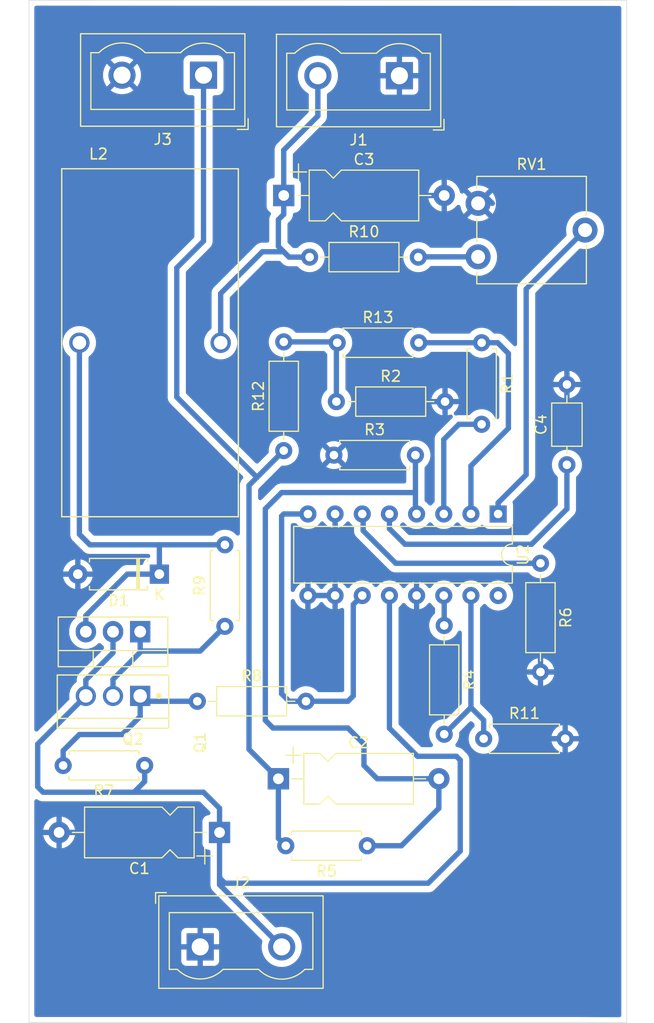
<source format=kicad_pcb>
(kicad_pcb (version 20240108) (generator "pcbnew") (generator_version "8.0")
  (layers (0 "F.Cu" signal) (31 "B.Cu" signal) (34 "B.Paste" user) (35 "F.Paste" user) (36 "B.SilkS" user "B.Silkscreen") (37 "F.SilkS" user "F.Silkscreen") (38 "B.Mask" user) (39 "F.Mask" user) (44 "Edge.Cuts" user))
  (net 0 "")
  (net 1 "GND")
  (net 2 "Vin")
  (net 3 "Net-(U2-DTC)")
  (net 4 "5v")
  (net 5 "Net-(U2-CT)")
  (net 6 "Net-(Q1-B)")
  (net 7 "Net-(Q2-Pad1)")
  (net 8 "Net-(U2-FB)")
  (net 9 "Net-(U2-1IN-)")
  (net 10 "Net-(R12-Pad2)")
  (net 11 "Net-(U2-2IN-)")
  (net 12 "Net-(U2-REF)")
  (net 13 "Net-(U2-RT)")
  (net 14 "Net-(U2-C1)")
  (net 15 "Net-(R10-Pad2)")
  (net 16 "1in")
  (net 18 "Vout")
  (net 19 "Net-(D1-K)")
  (footprint "Diode_THT:D_A-405_P7.62mm_Horizontal" (layer "F.Cu") (at 118.872 87.122 180)
    (property "Reference" "D1" (at 3.81 -2.47 0) (layer "F.SilkS"))
    (property "Value" "D_Schottky")
    (fp_line (start 6.53 1.47) (end 6.53 1.14) (stroke (width 0.12)) (layer "F.SilkS"))
    (fp_line (start 6.53 -1.47) (end 6.53 -1.14) (stroke (width 0.12)) (layer "F.SilkS"))
    (fp_line (start 2.11 -1.47) (end 2.11 1.47) (stroke (width 0.12)) (layer "F.SilkS"))
    (fp_line (start 1.99 -1.47) (end 1.99 1.47) (stroke (width 0.12)) (layer "F.SilkS"))
    (fp_line (start 1.87 -1.47) (end 1.87 1.47) (stroke (width 0.12)) (layer "F.SilkS"))
    (fp_line (start 1.09 1.47) (end 6.53 1.47) (stroke (width 0.12)) (layer "F.SilkS"))
    (fp_line (start 1.09 1.14) (end 1.09 1.47) (stroke (width 0.12)) (layer "F.SilkS"))
    (fp_line (start 1.09 -1.14) (end 1.09 -1.47) (stroke (width 0.12)) (layer "F.SilkS"))
    (fp_line (start 1.09 -1.47) (end 6.53 -1.47) (stroke (width 0.12)) (layer "F.SilkS"))
    (fp_text user "K" (at 0 -1.9 0) (layer "F.SilkS"))
    (pad "1" thru_hole rect (at 0 0 180) (size 1.8 1.8) (drill 0.9) (layers "*.Cu" "*.Mask") (net 19 "Net-(D1-K)"))
    (pad "2" thru_hole oval (at 7.62 0 180) (size 1.8 1.8) (drill 0.9) (layers "*.Cu" "*.Mask") (net 1 "GND"))
  )
  (footprint "Resistor_THT:R_Axial_DIN0207_L6.3mm_D2.5mm_P7.62mm_Horizontal" (layer "F.Cu") (at 138.31 112.5 180)
    (property "Reference" "R5" (at 3.81 -2.37 0) (layer "F.SilkS"))
    (property "Value" "9.1k")
    (fp_line (start 7.08 1.37) (end 7.08 1.04) (stroke (width 0.12)) (layer "F.SilkS"))
    (fp_line (start 7.08 -1.37) (end 7.08 -1.04) (stroke (width 0.12)) (layer "F.SilkS"))
    (fp_line (start 0.54 1.37) (end 7.08 1.37) (stroke (width 0.12)) (layer "F.SilkS"))
    (fp_line (start 0.54 1.04) (end 0.54 1.37) (stroke (width 0.12)) (layer "F.SilkS"))
    (fp_line (start 0.54 -1.04) (end 0.54 -1.37) (stroke (width 0.12)) (layer "F.SilkS"))
    (fp_line (start 0.54 -1.37) (end 7.08 -1.37) (stroke (width 0.12)) (layer "F.SilkS"))
    (pad "1" thru_hole circle (at 0 0 180) (size 1.6 1.6) (drill 0.8) (layers "*.Cu" "*.Mask") (net 3 "Net-(U2-DTC)"))
    (pad "2" thru_hole oval (at 7.62 0 180) (size 1.6 1.6) (drill 0.8) (layers "*.Cu" "*.Mask") (net 4 "5v"))
  )
  (footprint "Resistor_THT:R_Axial_DIN0207_L6.3mm_D2.5mm_P7.62mm_Horizontal" (layer "F.Cu") (at 117.5 105 180)
    (property "Reference" "R7" (at 3.81 -2.37 0) (layer "F.SilkS"))
    (property "Value" "100")
    (fp_line (start 7.08 1.37) (end 7.08 1.04) (stroke (width 0.12)) (layer "F.SilkS"))
    (fp_line (start 7.08 -1.37) (end 7.08 -1.04) (stroke (width 0.12)) (layer "F.SilkS"))
    (fp_line (start 0.54 1.37) (end 7.08 1.37) (stroke (width 0.12)) (layer "F.SilkS"))
    (fp_line (start 0.54 1.04) (end 0.54 1.37) (stroke (width 0.12)) (layer "F.SilkS"))
    (fp_line (start 0.54 -1.04) (end 0.54 -1.37) (stroke (width 0.12)) (layer "F.SilkS"))
    (fp_line (start 0.54 -1.37) (end 7.08 -1.37) (stroke (width 0.12)) (layer "F.SilkS"))
    (pad "1" thru_hole circle (at 0 0 180) (size 1.6 1.6) (drill 0.8) (layers "*.Cu" "*.Mask") (net 2 "Vin"))
    (pad "2" thru_hole oval (at 7.62 0 180) (size 1.6 1.6) (drill 0.8) (layers "*.Cu" "*.Mask") (net 7 "Net-(Q2-Pad1)"))
  )
  (footprint "Resistor_THT:R_Axial_DIN0207_L6.3mm_D2.5mm_P7.62mm_Horizontal" (layer "F.Cu") (at 149.19 102.5)
    (property "Reference" "R11" (at 3.81 -2.37 0) (layer "F.SilkS"))
    (property "Value" "5.1k")
    (fp_line (start 0.54 -1.37) (end 7.08 -1.37) (stroke (width 0.12)) (layer "F.SilkS"))
    (fp_line (start 0.54 -1.04) (end 0.54 -1.37) (stroke (width 0.12)) (layer "F.SilkS"))
    (fp_line (start 0.54 1.04) (end 0.54 1.37) (stroke (width 0.12)) (layer "F.SilkS"))
    (fp_line (start 0.54 1.37) (end 7.08 1.37) (stroke (width 0.12)) (layer "F.SilkS"))
    (fp_line (start 7.08 -1.37) (end 7.08 -1.04) (stroke (width 0.12)) (layer "F.SilkS"))
    (fp_line (start 7.08 1.37) (end 7.08 1.04) (stroke (width 0.12)) (layer "F.SilkS"))
    (pad "1" thru_hole circle (at 0 0) (size 1.6 1.6) (drill 0.8) (layers "*.Cu" "*.Mask") (net 11 "Net-(U2-2IN-)"))
    (pad "2" thru_hole oval (at 7.62 0) (size 1.6 1.6) (drill 0.8) (layers "*.Cu" "*.Mask") (net 1 "GND"))
  )
  (footprint "Package_TO_SOT_THT:TO-220-3_Vertical" (layer "F.Cu") (at 117.08 92.5 180)
    (property "Reference" "Q1" (at -5.602 -10.37 90) (layer "F.SilkS"))
    (property "Value" "BD911")
    (fp_line (start 7.66 -3.27) (end 7.66 1.371) (stroke (width 0.12)) (layer "F.SilkS"))
    (fp_line (start 4.391 -3.27) (end 4.391 -1.76) (stroke (width 0.12)) (layer "F.SilkS"))
    (fp_line (start 0.69 -3.27) (end 0.69 -1.76) (stroke (width 0.12)) (layer "F.SilkS"))
    (fp_line (start -2.58 1.371) (end 7.66 1.371) (stroke (width 0.12)) (layer "F.SilkS"))
    (fp_line (start -2.58 -1.76) (end 7.66 -1.76) (stroke (width 0.12)) (layer "F.SilkS"))
    (fp_line (start -2.58 -3.27) (end 7.66 -3.27) (stroke (width 0.12)) (layer "F.SilkS"))
    (fp_line (start -2.58 -3.27) (end -2.58 1.371) (stroke (width 0.12)) (layer "F.SilkS"))
    (pad "1" thru_hole rect (at 0 0 180) (size 1.905 2) (drill 1.1) (layers "*.Cu" "*.Mask") (net 6 "Net-(Q1-B)"))
    (pad "2" thru_hole oval (at 2.54 0 180) (size 1.905 2) (drill 1.1) (layers "*.Cu" "*.Mask") (net 2 "Vin"))
    (pad "3" thru_hole oval (at 5.08 0 180) (size 1.905 2) (drill 1.1) (layers "*.Cu" "*.Mask") (net 19 "Net-(D1-K)"))
  )
  (footprint "MJE15031:TO254P1042X498X2993-3" (layer "F.Cu") (at 117.08 98.5 180)
    (property "Reference" "Q2" (at 0.67658 -4.04447 0) (layer "F.SilkS") (effects (font (size 1.002346 1.002346))))
    (property "Value" "MJE15031")
    (fp_line (start 7.75 1.955) (end 7.75 -3.025) (stroke (width 0.127)) (layer "F.SilkS"))
    (fp_line (start 7.75 -3.025) (end -2.67 -3.025) (stroke (width 0.127)) (layer "F.SilkS"))
    (fp_line (start -2.6 -2.1) (end 7.7 -2.1) (stroke (width 0.127)) (layer "F.SilkS"))
    (fp_line (start -2.67 1.955) (end 7.75 1.955) (stroke (width 0.127)) (layer "F.SilkS"))
    (fp_line (start -2.67 -3.025) (end -2.67 1.955) (stroke (width 0.127)) (layer "F.SilkS"))
    (fp_circle (center -1.73 0) (end -1.43 0) (fill solid) (layer "F.SilkS"))
    (pad "1" thru_hole rect (at 0 0 180) (size 1.89 1.89) (drill 1.26) (layers "*.Cu" "*.Mask") (net 7 "Net-(Q2-Pad1)"))
    (pad "2" thru_hole circle (at 2.54 0 180) (size 1.89 1.89) (drill 1.26) (layers "*.Cu" "*.Mask") (net 6 "Net-(Q1-B)"))
    (pad "3" thru_hole circle (at 5.08 0 180) (size 1.89 1.89) (drill 1.26) (layers "*.Cu" "*.Mask") (net 2 "Vin"))
  )
  (footprint "Resistor_THT:R_Axial_DIN0207_L6.3mm_D2.5mm_P10.16mm_Horizontal" (layer "F.Cu") (at 154.5 86.106 -90)
    (property "Reference" "R6" (at 5.08 -2.37 90) (layer "F.SilkS"))
    (property "Value" "51k")
    (fp_line (start 1.81 1.37) (end 8.35 1.37) (stroke (width 0.12)) (layer "F.SilkS"))
    (fp_line (start 8.35 1.37) (end 8.35 -1.37) (stroke (width 0.12)) (layer "F.SilkS"))
    (fp_line (start 1.04 0) (end 1.81 0) (stroke (width 0.12)) (layer "F.SilkS"))
    (fp_line (start 9.12 0) (end 8.35 0) (stroke (width 0.12)) (layer "F.SilkS"))
    (fp_line (start 1.81 -1.37) (end 1.81 1.37) (stroke (width 0.12)) (layer "F.SilkS"))
    (fp_line (start 8.35 -1.37) (end 1.81 -1.37) (stroke (width 0.12)) (layer "F.SilkS"))
    (pad "1" thru_hole circle (at 0 0 270) (size 1.6 1.6) (drill 0.8) (layers "*.Cu" "*.Mask") (net 13 "Net-(U2-RT)"))
    (pad "2" thru_hole oval (at 10.16 0 270) (size 1.6 1.6) (drill 0.8) (layers "*.Cu" "*.Mask") (net 1 "GND"))
  )
  (footprint "Capacitor_THT:CP_Axial_L10.0mm_D4.5mm_P15.00mm_Horizontal" (layer "F.Cu") (at 130.5 51.7425)
    (property "Reference" "C3" (at 7.5 -3.37 0) (layer "F.SilkS"))
    (property "Value" "100 uF")
    (fp_line (start 0.63 -2.2) (end 2.13 -2.2) (stroke (width 0.12)) (layer "F.SilkS"))
    (fp_line (start 1.24 0) (end 2.38 0) (stroke (width 0.12)) (layer "F.SilkS"))
    (fp_line (start 1.38 -2.95) (end 1.38 -1.45) (stroke (width 0.12)) (layer "F.SilkS"))
    (fp_line (start 2.38 -2.37) (end 2.38 2.37) (stroke (width 0.12)) (layer "F.SilkS"))
    (fp_line (start 2.38 -2.37) (end 3.88 -2.37) (stroke (width 0.12)) (layer "F.SilkS"))
    (fp_line (start 2.38 2.37) (end 3.88 2.37) (stroke (width 0.12)) (layer "F.SilkS"))
    (fp_line (start 3.88 -2.37) (end 4.63 -1.62) (stroke (width 0.12)) (layer "F.SilkS"))
    (fp_line (start 3.88 2.37) (end 4.63 1.62) (stroke (width 0.12)) (layer "F.SilkS"))
    (fp_line (start 4.63 -1.62) (end 5.38 -2.37) (stroke (width 0.12)) (layer "F.SilkS"))
    (fp_line (start 4.63 1.62) (end 5.38 2.37) (stroke (width 0.12)) (layer "F.SilkS"))
    (fp_line (start 5.38 -2.37) (end 12.62 -2.37) (stroke (width 0.12)) (layer "F.SilkS"))
    (fp_line (start 5.38 2.37) (end 12.62 2.37) (stroke (width 0.12)) (layer "F.SilkS"))
    (fp_line (start 12.62 -2.37) (end 12.62 2.37) (stroke (width 0.12)) (layer "F.SilkS"))
    (fp_line (start 13.76 0) (end 12.62 0) (stroke (width 0.12)) (layer "F.SilkS"))
    (pad "1" thru_hole rect (at 0 0) (size 2 2) (drill 1) (layers "*.Cu" "*.Mask") (net 18 "Vout"))
    (pad "2" thru_hole oval (at 15 0) (size 2 2) (drill 1) (layers "*.Cu" "*.Mask") (net 1 "GND"))
  )
  (footprint "TerminalBlock:TerminalBlock_Wuerth_691311400102_P7.62mm" (layer "F.Cu") (at 141.31 40.55 180)
    (property "Reference" "J1" (at 3.81 -6 0) (layer "F.SilkS"))
    (property "Value" "Screw_Terminal_01x02")
    (fp_line (start 11.49 3.87) (end -3.87 3.87) (stroke (width 0.12)) (layer "F.SilkS"))
    (fp_line (start 11.49 -4.77) (end 11.49 3.87) (stroke (width 0.12)) (layer "F.SilkS"))
    (fp_line (start 10.53 2.1) (end 10.53 -3.2) (stroke (width 0.12)) (layer "F.SilkS"))
    (fp_line (start 10.53 -3.2) (end -2.89 -3.2) (stroke (width 0.12)) (layer "F.SilkS"))
    (fp_line (start 9.78 2.1) (end 10.53 2.1) (stroke (width 0.12)) (layer "F.SilkS"))
    (fp_line (start 2.14 2.1) (end 5.46 2.1) (stroke (width 0.12)) (layer "F.SilkS"))
    (fp_line (start -2.89 2.1) (end -2.14 2.1) (stroke (width 0.12)) (layer "F.SilkS"))
    (fp_line (start -2.89 -3.2) (end -2.89 2.1) (stroke (width 0.12)) (layer "F.SilkS"))
    (fp_line (start -3.86 -4.77) (end 11.49 -4.77) (stroke (width 0.12)) (layer "F.SilkS"))
    (fp_line (start -3.87 3.87) (end -3.87 -4.77) (stroke (width 0.12)) (layer "F.SilkS"))
    (fp_line (start -4.17 -5.07) (end -3.17 -5.07) (stroke (width 0.12)) (layer "F.SilkS"))
    (fp_line (start -4.17 -5.07) (end -4.17 -4.07) (stroke (width 0.12)) (layer "F.SilkS"))
    (fp_arc (start 9.779492 2.100522) (mid 7.619636 3.012573) (end 5.46 2.1) (stroke (width 0.12)) (layer "F.SilkS"))
    (fp_arc (start 2.140696 2.099291) (mid 0.000497 2.998266) (end -2.14 2.1) (stroke (width 0.12)) (layer "F.SilkS"))
    (pad "1" thru_hole rect (at 0 0 180) (size 2.54 2.54) (drill 1.6) (layers "*.Cu" "*.Mask") (net 1 "GND"))
    (pad "2" thru_hole circle (at 7.62 0 180) (size 2.54 2.54) (drill 1.6) (layers "*.Cu" "*.Mask") (net 18 "Vout"))
  )
  (footprint "Resistor_THT:R_Axial_DIN0207_L6.3mm_D2.5mm_P10.16mm_Horizontal" (layer "F.Cu") (at 132.92 57.5)
    (property "Reference" "R10" (at 5.08 -2.37 0) (layer "F.SilkS"))
    (property "Value" "1k")
    (fp_line (start 1.04 0) (end 1.81 0) (stroke (width 0.12)) (layer "F.SilkS"))
    (fp_line (start 1.81 -1.37) (end 1.81 1.37) (stroke (width 0.12)) (layer "F.SilkS"))
    (fp_line (start 1.81 1.37) (end 8.35 1.37) (stroke (width 0.12)) (layer "F.SilkS"))
    (fp_line (start 8.35 -1.37) (end 1.81 -1.37) (stroke (width 0.12)) (layer "F.SilkS"))
    (fp_line (start 8.35 1.37) (end 8.35 -1.37) (stroke (width 0.12)) (layer "F.SilkS"))
    (fp_line (start 9.12 0) (end 8.35 0) (stroke (width 0.12)) (layer "F.SilkS"))
    (pad "1" thru_hole circle (at 0 0) (size 1.6 1.6) (drill 0.8) (layers "*.Cu" "*.Mask") (net 18 "Vout"))
    (pad "2" thru_hole oval (at 10.16 0) (size 1.6 1.6) (drill 0.8) (layers "*.Cu" "*.Mask") (net 15 "Net-(R10-Pad2)"))
  )
  (footprint "Capacitor_THT:CP_Axial_L10.0mm_D4.5mm_P15.00mm_Horizontal" (layer "F.Cu") (at 130 106.2425)
    (property "Reference" "C2" (at 7.5 -3.37 0) (layer "F.SilkS"))
    (property "Value" "2.2 uF")
    (fp_line (start 0.63 -2.2) (end 2.13 -2.2) (stroke (width 0.12)) (layer "F.SilkS"))
    (fp_line (start 1.24 0) (end 2.38 0) (stroke (width 0.12)) (layer "F.SilkS"))
    (fp_line (start 1.38 -2.95) (end 1.38 -1.45) (stroke (width 0.12)) (layer "F.SilkS"))
    (fp_line (start 2.38 -2.37) (end 2.38 2.37) (stroke (width 0.12)) (layer "F.SilkS"))
    (fp_line (start 2.38 -2.37) (end 3.88 -2.37) (stroke (width 0.12)) (layer "F.SilkS"))
    (fp_line (start 2.38 2.37) (end 3.88 2.37) (stroke (width 0.12)) (layer "F.SilkS"))
    (fp_line (start 3.88 -2.37) (end 4.63 -1.62) (stroke (width 0.12)) (layer "F.SilkS"))
    (fp_line (start 3.88 2.37) (end 4.63 1.62) (stroke (width 0.12)) (layer "F.SilkS"))
    (fp_line (start 4.63 -1.62) (end 5.38 -2.37) (stroke (width 0.12)) (layer "F.SilkS"))
    (fp_line (start 4.63 1.62) (end 5.38 2.37) (stroke (width 0.12)) (layer "F.SilkS"))
    (fp_line (start 5.38 -2.37) (end 12.62 -2.37) (stroke (width 0.12)) (layer "F.SilkS"))
    (fp_line (start 5.38 2.37) (end 12.62 2.37) (stroke (width 0.12)) (layer "F.SilkS"))
    (fp_line (start 12.62 -2.37) (end 12.62 2.37) (stroke (width 0.12)) (layer "F.SilkS"))
    (fp_line (start 13.76 0) (end 12.62 0) (stroke (width 0.12)) (layer "F.SilkS"))
    (pad "1" thru_hole rect (at 0 0) (size 2 2) (drill 1) (layers "*.Cu" "*.Mask") (net 4 "5v"))
    (pad "2" thru_hole oval (at 15 0) (size 2 2) (drill 1) (layers "*.Cu" "*.Mask") (net 3 "Net-(U2-DTC)"))
  )
  (footprint "HCTI-120-6.7:IND_HCTI-68-7.7" (layer "F.Cu") (at 118 65.5)
    (property "Reference" "L2" (at -4.825 -17.635 0) (layer "F.SilkS"))
    (property "Value" "140uH")
    (fp_line (start -8.255 -16.256) (end 8.255 -16.256) (stroke (width 0.127)) (layer "F.SilkS"))
    (fp_line (start -8.255 16.256) (end -8.255 -16.256) (stroke (width 0.127)) (layer "F.SilkS"))
    (fp_line (start 8.255 -16.256) (end 8.255 16.256) (stroke (width 0.127)) (layer "F.SilkS"))
    (fp_line (start 8.255 16.256) (end -8.255 16.256) (stroke (width 0.127)) (layer "F.SilkS"))
    (pad "1" thru_hole circle (at -6.604 0) (size 1.905 1.905) (drill 1.27) (layers "*.Cu" "*.Mask") (net 19 "Net-(D1-K)"))
    (pad "2" thru_hole circle (at 6.604 0) (size 1.905 1.905) (drill 1.27) (layers "*.Cu" "*.Mask") (net 18 "Vout"))
  )
  (footprint "TerminalBlock:TerminalBlock_Wuerth_691311400102_P7.62mm" (layer "F.Cu") (at 123 40.5 180)
    (property "Reference" "J3" (at 3.81 -6 0) (layer "F.SilkS"))
    (property "Value" "Screw_Terminal_01x02")
    (fp_line (start 11.49 3.87) (end -3.87 3.87) (stroke (width 0.12)) (layer "F.SilkS"))
    (fp_line (start 11.49 -4.77) (end 11.49 3.87) (stroke (width 0.12)) (layer "F.SilkS"))
    (fp_line (start 10.53 2.1) (end 10.53 -3.2) (stroke (width 0.12)) (layer "F.SilkS"))
    (fp_line (start 10.53 -3.2) (end -2.89 -3.2) (stroke (width 0.12)) (layer "F.SilkS"))
    (fp_line (start 9.78 2.1) (end 10.53 2.1) (stroke (width 0.12)) (layer "F.SilkS"))
    (fp_line (start 2.14 2.1) (end 5.46 2.1) (stroke (width 0.12)) (layer "F.SilkS"))
    (fp_line (start -2.89 2.1) (end -2.14 2.1) (stroke (width 0.12)) (layer "F.SilkS"))
    (fp_line (start -2.89 -3.2) (end -2.89 2.1) (stroke (width 0.12)) (layer "F.SilkS"))
    (fp_line (start -3.86 -4.77) (end 11.49 -4.77) (stroke (width 0.12)) (layer "F.SilkS"))
    (fp_line (start -3.87 3.87) (end -3.87 -4.77) (stroke (width 0.12)) (layer "F.SilkS"))
    (fp_line (start -4.17 -5.07) (end -3.17 -5.07) (stroke (width 0.12)) (layer "F.SilkS"))
    (fp_line (start -4.17 -5.07) (end -4.17 -4.07) (stroke (width 0.12)) (layer "F.SilkS"))
    (fp_arc (start 9.779492 2.100522) (mid 7.619636 3.012573) (end 5.46 2.1) (stroke (width 0.12)) (layer "F.SilkS"))
    (fp_arc (start 2.140696 2.099291) (mid 0.000497 2.998266) (end -2.14 2.1) (stroke (width 0.12)) (layer "F.SilkS"))
    (pad "1" thru_hole rect (at 0 0 180) (size 2.54 2.54) (drill 1.6) (layers "*.Cu" "*.Mask") (net 4 "5v"))
    (pad "2" thru_hole circle (at 7.62 0 180) (size 2.54 2.54) (drill 1.6) (layers "*.Cu" "*.Mask") (net 1 "GND"))
  )
  (footprint "Resistor_THT:R_Axial_DIN0207_L6.3mm_D2.5mm_P10.16mm_Horizontal" (layer "F.Cu") (at 122.42 99)
    (property "Reference" "R8" (at 5.08 -2.37 0) (layer "F.SilkS"))
    (property "Value" "270")
    (fp_line (start 1.04 0) (end 1.81 0) (stroke (width 0.12)) (layer "F.SilkS"))
    (fp_line (start 1.81 -1.37) (end 1.81 1.37) (stroke (width 0.12)) (layer "F.SilkS"))
    (fp_line (start 1.81 1.37) (end 8.35 1.37) (stroke (width 0.12)) (layer "F.SilkS"))
    (fp_line (start 8.35 -1.37) (end 1.81 -1.37) (stroke (width 0.12)) (layer "F.SilkS"))
    (fp_line (start 8.35 1.37) (end 8.35 -1.37) (stroke (width 0.12)) (layer "F.SilkS"))
    (fp_line (start 9.12 0) (end 8.35 0) (stroke (width 0.12)) (layer "F.SilkS"))
    (pad "1" thru_hole circle (at 0 0) (size 1.6 1.6) (drill 0.8) (layers "*.Cu" "*.Mask") (net 7 "Net-(Q2-Pad1)"))
    (pad "2" thru_hole oval (at 10.16 0) (size 1.6 1.6) (drill 0.8) (layers "*.Cu" "*.Mask") (net 14 "Net-(U2-C1)"))
  )
  (footprint "Capacitor_THT:C_Axial_L3.8mm_D2.6mm_P7.50mm_Horizontal" (layer "F.Cu") (at 156.972 76.902 90)
    (property "Reference" "C4" (at 3.75 -2.42 90) (layer "F.SilkS"))
    (property "Value" "1 nF")
    (fp_line (start 5.77 -1.42) (end 1.73 -1.42) (stroke (width 0.12)) (layer "F.SilkS"))
    (fp_line (start 1.73 -1.42) (end 1.73 1.42) (stroke (width 0.12)) (layer "F.SilkS"))
    (fp_line (start 6.46 0) (end 5.77 0) (stroke (width 0.12)) (layer "F.SilkS"))
    (fp_line (start 1.04 0) (end 1.73 0) (stroke (width 0.12)) (layer "F.SilkS"))
    (fp_line (start 5.77 1.42) (end 5.77 -1.42) (stroke (width 0.12)) (layer "F.SilkS"))
    (fp_line (start 1.73 1.42) (end 5.77 1.42) (stroke (width 0.12)) (layer "F.SilkS"))
    (pad "1" thru_hole circle (at 0 0 90) (size 1.6 1.6) (drill 0.8) (layers "*.Cu" "*.Mask") (net 5 "Net-(U2-CT)"))
    (pad "2" thru_hole oval (at 7.5 0 90) (size 1.6 1.6) (drill 0.8) (layers "*.Cu" "*.Mask") (net 1 "GND"))
  )
  (footprint "Resistor_THT:R_Axial_DIN0207_L6.3mm_D2.5mm_P7.62mm_Horizontal" (layer "F.Cu") (at 135.19 76)
    (property "Reference" "R3" (at 3.81 -2.37 0) (layer "F.SilkS"))
    (property "Value" "1k")
    (fp_line (start 0.54 -1.37) (end 7.08 -1.37) (stroke (width 0.12)) (layer "F.SilkS"))
    (fp_line (start 0.54 -1.04) (end 0.54 -1.37) (stroke (width 0.12)) (layer "F.SilkS"))
    (fp_line (start 0.54 1.04) (end 0.54 1.37) (stroke (width 0.12)) (layer "F.SilkS"))
    (fp_line (start 0.54 1.37) (end 7.08 1.37) (stroke (width 0.12)) (layer "F.SilkS"))
    (fp_line (start 7.08 -1.37) (end 7.08 -1.04) (stroke (width 0.12)) (layer "F.SilkS"))
    (fp_line (start 7.08 1.37) (end 7.08 1.04) (stroke (width 0.12)) (layer "F.SilkS"))
    (pad "1" thru_hole circle (at 0 0) (size 1.6 1.6) (drill 0.8) (layers "*.Cu" "*.Mask") (net 1 "GND"))
    (pad "2" thru_hole oval (at 7.62 0) (size 1.6 1.6) (drill 0.8) (layers "*.Cu" "*.Mask") (net 3 "Net-(U2-DTC)"))
  )
  (footprint "Resistor_THT:R_Axial_DIN0207_L6.3mm_D2.5mm_P10.16mm_Horizontal" (layer "F.Cu") (at 130.5 75.58 90)
    (property "Reference" "R12" (at 5.08 -2.37 90) (layer "F.SilkS"))
    (property "Value" "5.1k")
    (fp_line (start 8.35 -1.37) (end 1.81 -1.37) (stroke (width 0.12)) (layer "F.SilkS"))
    (fp_line (start 1.81 -1.37) (end 1.81 1.37) (stroke (width 0.12)) (layer "F.SilkS"))
    (fp_line (start 9.12 0) (end 8.35 0) (stroke (width 0.12)) (layer "F.SilkS"))
    (fp_line (start 1.04 0) (end 1.81 0) (stroke (width 0.12)) (layer "F.SilkS"))
    (fp_line (start 8.35 1.37) (end 8.35 -1.37) (stroke (width 0.12)) (layer "F.SilkS"))
    (fp_line (start 1.81 1.37) (end 8.35 1.37) (stroke (width 0.12)) (layer "F.SilkS"))
    (pad "1" thru_hole circle (at 0 0 90) (size 1.6 1.6) (drill 0.8) (layers "*.Cu" "*.Mask") (net 4 "5v"))
    (pad "2" thru_hole oval (at 10.16 0 90) (size 1.6 1.6) (drill 0.8) (layers "*.Cu" "*.Mask") (net 10 "Net-(R12-Pad2)"))
  )
  (footprint "Resistor_THT:R_Axial_DIN0207_L6.3mm_D2.5mm_P7.62mm_Horizontal" (layer "F.Cu") (at 149 65.5 -90)
    (property "Reference" "R1" (at 3.81 -2.37 90) (layer "F.SilkS"))
    (property "Value" "51k")
    (fp_line (start 0.54 1.37) (end 7.08 1.37) (stroke (width 0.12)) (layer "F.SilkS"))
    (fp_line (start 7.08 1.37) (end 7.08 1.04) (stroke (width 0.12)) (layer "F.SilkS"))
    (fp_line (start 0.54 1.04) (end 0.54 1.37) (stroke (width 0.12)) (layer "F.SilkS"))
    (fp_line (start 0.54 -1.04) (end 0.54 -1.37) (stroke (width 0.12)) (layer "F.SilkS"))
    (fp_line (start 0.54 -1.37) (end 7.08 -1.37) (stroke (width 0.12)) (layer "F.SilkS"))
    (fp_line (start 7.08 -1.37) (end 7.08 -1.04) (stroke (width 0.12)) (layer "F.SilkS"))
    (pad "1" thru_hole circle (at 0 0 270) (size 1.6 1.6) (drill 0.8) (layers "*.Cu" "*.Mask") (net 9 "Net-(U2-1IN-)"))
    (pad "2" thru_hole oval (at 7.62 0 270) (size 1.6 1.6) (drill 0.8) (layers "*.Cu" "*.Mask") (net 8 "Net-(U2-FB)"))
  )
  (footprint "Resistor_THT:R_Axial_DIN0207_L6.3mm_D2.5mm_P10.16mm_Horizontal" (layer "F.Cu") (at 135.42 71)
    (property "Reference" "R2" (at 5.08 -2.37 0) (layer "F.SilkS"))
    (property "Value" "5.1k")
    (fp_line (start 1.04 0) (end 1.81 0) (stroke (width 0.12)) (layer "F.SilkS"))
    (fp_line (start 1.81 -1.37) (end 1.81 1.37) (stroke (width 0.12)) (layer "F.SilkS"))
    (fp_line (start 1.81 1.37) (end 8.35 1.37) (stroke (width 0.12)) (layer "F.SilkS"))
    (fp_line (start 8.35 -1.37) (end 1.81 -1.37) (stroke (width 0.12)) (layer "F.SilkS"))
    (fp_line (start 8.35 1.37) (end 8.35 -1.37) (stroke (width 0.12)) (layer "F.SilkS"))
    (fp_line (start 9.12 0) (end 8.35 0) (stroke (width 0.12)) (layer "F.SilkS"))
    (pad "1" thru_hole circle (at 0 0) (size 1.6 1.6) (drill 0.8) (layers "*.Cu" "*.Mask") (net 10 "Net-(R12-Pad2)"))
    (pad "2" thru_hole oval (at 10.16 0) (size 1.6 1.6) (drill 0.8) (layers "*.Cu" "*.Mask") (net 1 "GND"))
  )
  (footprint "Resistor_THT:R_Axial_DIN0207_L6.3mm_D2.5mm_P7.62mm_Horizontal" (layer "F.Cu") (at 135.5 65.5)
    (property "Reference" "R13" (at 3.81 -2.37 0) (layer "F.SilkS"))
    (property "Value" "510")
    (fp_line (start 0.54 -1.37) (end 7.08 -1.37) (stroke (width 0.12)) (layer "F.SilkS"))
    (fp_line (start 0.54 -1.04) (end 0.54 -1.37) (stroke (width 0.12)) (layer "F.SilkS"))
    (fp_line (start 0.54 1.04) (end 0.54 1.37) (stroke (width 0.12)) (layer "F.SilkS"))
    (fp_line (start 0.54 1.37) (end 7.08 1.37) (stroke (width 0.12)) (layer "F.SilkS"))
    (fp_line (start 7.08 -1.37) (end 7.08 -1.04) (stroke (width 0.12)) (layer "F.SilkS"))
    (fp_line (start 7.08 1.37) (end 7.08 1.04) (stroke (width 0.12)) (layer "F.SilkS"))
    (pad "1" thru_hole circle (at 0 0) (size 1.6 1.6) (drill 0.8) (layers "*.Cu" "*.Mask") (net 10 "Net-(R12-Pad2)"))
    (pad "2" thru_hole oval (at 7.62 0) (size 1.6 1.6) (drill 0.8) (layers "*.Cu" "*.Mask") (net 9 "Net-(U2-1IN-)"))
  )
  (footprint "Capacitor_THT:CP_Axial_L10.0mm_D4.5mm_P15.00mm_Horizontal" (layer "F.Cu") (at 124.5 111.2575 180)
    (property "Reference" "C1" (at 7.5 -3.37 0) (layer "F.SilkS"))
    (property "Value" "220uF")
    (fp_line (start 13.76 0) (end 12.62 0) (stroke (width 0.12)) (layer "F.SilkS"))
    (fp_line (start 12.62 -2.37) (end 12.62 2.37) (stroke (width 0.12)) (layer "F.SilkS"))
    (fp_line (start 5.38 2.37) (end 12.62 2.37) (stroke (width 0.12)) (layer "F.SilkS"))
    (fp_line (start 5.38 -2.37) (end 12.62 -2.37) (stroke (width 0.12)) (layer "F.SilkS"))
    (fp_line (start 4.63 1.62) (end 5.38 2.37) (stroke (width 0.12)) (layer "F.SilkS"))
    (fp_line (start 4.63 -1.62) (end 5.38 -2.37) (stroke (width 0.12)) (layer "F.SilkS"))
    (fp_line (start 3.88 2.37) (end 4.63 1.62) (stroke (width 0.12)) (layer "F.SilkS"))
    (fp_line (start 3.88 -2.37) (end 4.63 -1.62) (stroke (width 0.12)) (layer "F.SilkS"))
    (fp_line (start 2.38 2.37) (end 3.88 2.37) (stroke (width 0.12)) (layer "F.SilkS"))
    (fp_line (start 2.38 -2.37) (end 3.88 -2.37) (stroke (width 0.12)) (layer "F.SilkS"))
    (fp_line (start 2.38 -2.37) (end 2.38 2.37) (stroke (width 0.12)) (layer "F.SilkS"))
    (fp_line (start 1.38 -2.95) (end 1.38 -1.45) (stroke (width 0.12)) (layer "F.SilkS"))
    (fp_line (start 1.24 0) (end 2.38 0) (stroke (width 0.12)) (layer "F.SilkS"))
    (fp_line (start 0.63 -2.2) (end 2.13 -2.2) (stroke (width 0.12)) (layer "F.SilkS"))
    (pad "1" thru_hole rect (at 0 0 180) (size 2 2) (drill 1) (layers "*.Cu" "*.Mask") (net 2 "Vin"))
    (pad "2" thru_hole oval (at 15 0 180) (size 2 2) (drill 1) (layers "*.Cu" "*.Mask") (net 1 "GND"))
  )
  (footprint "TerminalBlock:TerminalBlock_Wuerth_691311400102_P7.62mm" (layer "F.Cu") (at 122.69 121.95)
    (property "Reference" "J2" (at 3.81 -6 0) (layer "F.SilkS"))
    (property "Value" "Screw_Terminal_01x02")
    (fp_line (start -4.17 -5.07) (end -4.17 -4.07) (stroke (width 0.12)) (layer "F.SilkS"))
    (fp_line (start -4.17 -5.07) (end -3.17 -5.07) (stroke (width 0.12)) (layer "F.SilkS"))
    (fp_line (start -3.87 3.87) (end -3.87 -4.77) (stroke (width 0.12)) (layer "F.SilkS"))
    (fp_line (start -3.86 -4.77) (end 11.49 -4.77) (stroke (width 0.12)) (layer "F.SilkS"))
    (fp_line (start -2.89 -3.2) (end -2.89 2.1) (stroke (width 0.12)) (layer "F.SilkS"))
    (fp_line (start -2.89 2.1) (end -2.14 2.1) (stroke (width 0.12)) (layer "F.SilkS"))
    (fp_line (start 2.14 2.1) (end 5.46 2.1) (stroke (width 0.12)) (layer "F.SilkS"))
    (fp_line (start 9.78 2.1) (end 10.53 2.1) (stroke (width 0.12)) (layer "F.SilkS"))
    (fp_line (start 10.53 -3.2) (end -2.89 -3.2) (stroke (width 0.12)) (layer "F.SilkS"))
    (fp_line (start 10.53 2.1) (end 10.53 -3.2) (stroke (width 0.12)) (layer "F.SilkS"))
    (fp_line (start 11.49 -4.77) (end 11.49 3.87) (stroke (width 0.12)) (layer "F.SilkS"))
    (fp_line (start 11.49 3.87) (end -3.87 3.87) (stroke (width 0.12)) (layer "F.SilkS"))
    (fp_arc (start 2.140696 2.099291) (mid 0.000497 2.998266) (end -2.14 2.1) (stroke (width 0.12)) (layer "F.SilkS"))
    (fp_arc (start 9.779492 2.100522) (mid 7.619636 3.012573) (end 5.46 2.1) (stroke (width 0.12)) (layer "F.SilkS"))
    (pad "1" thru_hole rect (at 0 0) (size 2.54 2.54) (drill 1.6) (layers "*.Cu" "*.Mask") (net 1 "GND"))
    (pad "2" thru_hole circle (at 7.62 0) (size 2.54 2.54) (drill 1.6) (layers "*.Cu" "*.Mask") (net 2 "Vin"))
  )
  (footprint "Potentiometer_THT:Potentiometer_ACP_CA9-V10_Vertical" (layer "F.Cu") (at 148.67 57.475)
    (property "Reference" "RV1" (at 5 -8.65 0) (layer "F.SilkS"))
    (property "Value" "10k")
    (fp_line (start -0.12 -7.521) (end -0.12 -6.426) (stroke (width 0.12)) (layer "F.SilkS"))
    (fp_line (start -0.12 -7.521) (end 10.12 -7.521) (stroke (width 0.12)) (layer "F.SilkS"))
    (fp_line (start -0.12 -3.574) (end -0.12 -1.425) (stroke (width 0.12)) (layer "F.SilkS"))
    (fp_line (start -0.12 1.425) (end -0.12 2.52) (stroke (width 0.12)) (layer "F.SilkS"))
    (fp_line (start -0.12 2.52) (end 10.12 2.52) (stroke (width 0.12)) (layer "F.SilkS"))
    (fp_line (start 10.12 -7.521) (end 10.12 -3.925) (stroke (width 0.12)) (layer "F.SilkS"))
    (fp_line (start 10.12 -1.075) (end 10.12 2.52) (stroke (width 0.12)) (layer "F.SilkS"))
    (pad "1" thru_hole circle (at 0 0) (size 2.34 2.34) (drill 1.3) (layers "*.Cu" "*.Mask") (net 15 "Net-(R10-Pad2)"))
    (pad "2" thru_hole circle (at 10 -2.5) (size 2.34 2.34) (drill 1.3) (layers "*.Cu" "*.Mask") (net 16 "1in"))
    (pad "3" thru_hole circle (at 0 -5) (size 2.34 2.34) (drill 1.3) (layers "*.Cu" "*.Mask") (net 1 "GND"))
  )
  (footprint "Package_DIP:DIP-16_W7.62mm" (layer "F.Cu") (at 150.54 81.5 -90)
    (property "Reference" "U2" (at 3.81 -2.33 90) (layer "F.SilkS"))
    (property "Value" "TL494")
    (fp_line (start 1.16 19.11) (end 6.46 19.11) (stroke (width 0.12)) (layer "F.SilkS"))
    (fp_line (start 6.46 19.11) (end 6.46 -1.33) (stroke (width 0.12)) (layer "F.SilkS"))
    (fp_line (start 1.16 -1.33) (end 1.16 19.11) (stroke (width 0.12)) (layer "F.SilkS"))
    (fp_line (start 2.81 -1.33) (end 1.16 -1.33) (stroke (width 0.12)) (layer "F.SilkS"))
    (fp_line (start 6.46 -1.33) (end 4.81 -1.33) (stroke (width 0.12)) (layer "F.SilkS"))
    (fp_arc (start 4.81 -1.33) (mid 3.81 -0.33) (end 2.81 -1.33) (stroke (width 0.12)) (layer "F.SilkS"))
    (pad "1" thru_hole rect (at 0 0 270) (size 1.6 1.6) (drill 0.8) (layers "*.Cu" "*.Mask") (net 16 "1in"))
    (pad "2" thru_hole oval (at 0 2.54 270) (size 1.6 1.6) (drill 0.8) (layers "*.Cu" "*.Mask") (net 9 "Net-(U2-1IN-)"))
    (pad "3" thru_hole oval (at 0 5.08 270) (size 1.6 1.6) (drill 0.8) (layers "*.Cu" "*.Mask") (net 8 "Net-(U2-FB)"))
    (pad "4" thru_hole oval (at 0 7.62 270) (size 1.6 1.6) (drill 0.8) (layers "*.Cu" "*.Mask") (net 3 "Net-(U2-DTC)"))
    (pad "5" thru_hole oval (at 0 10.16 270) (size 1.6 1.6) (drill 0.8) (layers "*.Cu" "*.Mask") (net 5 "Net-(U2-CT)"))
    (pad "6" thru_hole oval (at 0 12.7 270) (size 1.6 1.6) (drill 0.8) (layers "*.Cu" "*.Mask") (net 13 "Net-(U2-RT)"))
    (pad "7" thru_hole oval (at 0 15.24 270) (size 1.6 1.6) (drill 0.8) (layers "*.Cu" "*.Mask") (net 1 "GND"))
    (pad "8" thru_hole oval (at 0 17.78 270) (size 1.6 1.6) (drill 0.8) (layers "*.Cu" "*.Mask") (net 14 "Net-(U2-C1)"))
    (pad "9" thru_hole oval (at 7.62 17.78 270) (size 1.6 1.6) (drill 0.8) (layers "*.Cu" "*.Mask") (net 1 "GND"))
    (pad "10" thru_hole oval (at 7.62 15.24 270) (size 1.6 1.6) (drill 0.8) (layers "*.Cu" "*.Mask") (net 1 "GND"))
    (pad "11" thru_hole oval (at 7.62 12.7 270) (size 1.6 1.6) (drill 0.8) (layers "*.Cu" "*.Mask") (net 14 "Net-(U2-C1)"))
    (pad "12" thru_hole oval (at 7.62 10.16 270) (size 1.6 1.6) (drill 0.8) (layers "*.Cu" "*.Mask") (net 2 "Vin"))
    (pad "13" thru_hole oval (at 7.62 7.62 270) (size 1.6 1.6) (drill 0.8) (layers "*.Cu" "*.Mask") (net 1 "GND"))
    (pad "14" thru_hole oval (at 7.62 5.08 270) (size 1.6 1.6) (drill 0.8) (layers "*.Cu" "*.Mask") (net 12 "Net-(U2-REF)"))
    (pad "15" thru_hole oval (at 7.62 2.54 270) (size 1.6 1.6) (drill 0.8) (layers "*.Cu" "*.Mask") (net 11 "Net-(U2-2IN-)"))
    (pad "16" thru_hole oval (at 7.62 0 270) (size 1.6 1.6) (drill 0.8) (layers "*.Cu" "*.Mask"))
  )
  (footprint "Resistor_THT:R_Axial_DIN0207_L6.3mm_D2.5mm_P10.16mm_Horizontal" (layer "F.Cu") (at 145.5 91.92 -90)
    (property "Reference" "R4" (at 5.08 -2.37 90) (layer "F.SilkS"))
    (property "Value" "20k")
    (fp_line (start 1.81 1.37) (end 8.35 1.37) (stroke (width 0.12)) (layer "F.SilkS"))
    (fp_line (start 8.35 1.37) (end 8.35 -1.37) (stroke (width 0.12)) (layer "F.SilkS"))
    (fp_line (start 1.04 0) (end 1.81 0) (stroke (width 0.12)) (layer "F.SilkS"))
    (fp_line (start 9.12 0) (end 8.35 0) (stroke (width 0.12)) (layer "F.SilkS"))
    (fp_line (start 1.81 -1.37) (end 1.81 1.37) (stroke (width 0.12)) (layer "F.SilkS"))
    (fp_line (start 8.35 -1.37) (end 1.81 -1.37) (stroke (width 0.12)) (layer "F.SilkS"))
    (pad "1" thru_hole circle (at 0 0 270) (size 1.6 1.6) (drill 0.8) (layers "*.Cu" "*.Mask") (net 12 "Net-(U2-REF)"))
    (pad "2" thru_hole oval (at 10.16 0 270) (size 1.6 1.6) (drill 0.8) (layers "*.Cu" "*.Mask") (net 11 "Net-(U2-2IN-)"))
  )
  (footprint "Resistor_THT:R_Axial_DIN0207_L6.3mm_D2.5mm_P7.62mm_Horizontal" (layer "F.Cu") (at 125 92 90)
    (property "Reference" "R9" (at 3.81 -2.37 90) (layer "F.SilkS"))
    (property "Value" "47")
    (fp_line (start 7.08 -1.37) (end 7.08 -1.04) (stroke (width 0.12)) (layer "F.SilkS"))
    (fp_line (start 0.54 -1.37) (end 7.08 -1.37) (stroke (width 0.12)) (layer "F.SilkS"))
    (fp_line (start 0.54 -1.04) (end 0.54 -1.37) (stroke (width 0.12)) (layer "F.SilkS"))
    (fp_line (start 0.54 1.04) (end 0.54 1.37) (stroke (width 0.12)) (layer "F.SilkS"))
    (fp_line (start 7.08 1.37) (end 7.08 1.04) (stroke (width 0.12)) (layer "F.SilkS"))
    (fp_line (start 0.54 1.37) (end 7.08 1.37) (stroke (width 0.12)) (layer "F.SilkS"))
    (pad "1" thru_hole circle (at 0 0 90) (size 1.6 1.6) (drill 0.8) (layers "*.Cu" "*.Mask") (net 6 "Net-(Q1-B)"))
    (pad "2" thru_hole oval (at 7.62 0 90) (size 1.6 1.6) (drill 0.8) (layers "*.Cu" "*.Mask") (net 19 "Net-(D1-K)"))
  )
  (gr_line (start 165.1 129) (end 165.1 129) (stroke (width 0.05)) (layer "Edge.Cuts"))
  (gr_line (start 106.68 119.126) (end 106.68 129) (stroke (width 0.05)) (layer "Edge.Cuts"))
  (gr_line (start 162.56 33.528) (end 106.68 33.5) (stroke (width 0.05)) (layer "Edge.Cuts"))
  (gr_line (start 106.68 119.126) (end 106.68 45.212) (stroke (width 0.05)) (layer "Edge.Cuts"))
  (gr_line (start 158 129) (end 162.56 129.032) (stroke (width 0.05)) (layer "Edge.Cuts"))
  (gr_line (start 104 33.5) (end 104 33.5) (stroke (width 0.05)) (layer "Edge.Cuts"))
  (gr_line (start 106.68 33.5) (end 106.68 45.212) (stroke (width 0.05)) (layer "Edge.Cuts"))
  (gr_line (start 162.56 129.032) (end 162.56 33.528) (stroke (width 0.05)) (layer "Edge.Cuts"))
  (gr_line (start 106.68 129) (end 158 129) (stroke (width 0.05)) (layer "Edge.Cuts"))
  (segment (start 141.31 40.55) (end 141.31 40.81) (width 0.5) (layer "B.Cu") (net 1))
  (segment (start 135.3 89.12) (end 132.76 89.12) (width 0.5) (layer "B.Cu") (net 1))
  (segment (start 135.3 89.12) (end 135.3 81.5) (width 0.5) (layer "B.Cu") (net 1))
  (segment (start 149.2675 51.7425) (end 150 52.475) (width 0.5) (layer "B.Cu") (net 1))
  (segment (start 142.92 89.12) (end 142.92 88.58) (width 0.5) (layer "B.Cu") (net 1))
  (segment (start 143.002 104.14) (end 146.64 104.14) (width 0.5) (layer "B.Cu") (net 2))
  (segment (start 124.5 116.14) (end 124.5 115.5) (width 0.5) (layer "B.Cu") (net 2))
  (segment (start 112 98.5) (end 107.5 103) (width 0.5) (layer "B.Cu") (net 2))
  (segment (start 124.5 109) (end 123 107.5) (width 0.5) (layer "B.Cu") (net 2))
  (segment (start 124.5 115.5) (end 124.5 111.2575) (width 0.5) (layer "B.Cu") (net 2))
  (segment (start 125 116) (end 124.5 115.5) (width 0.5) (layer "B.Cu") (net 2))
  (segment (start 140.38 101.518) (end 143.002 104.14) (width 0.5) (layer "B.Cu") (net 2))
  (segment (start 123 107.5) (end 116.5 107.5) (width 0.5) (layer "B.Cu") (net 2))
  (segment (start 130.31 121.95) (end 124.5 116.14) (width 0.5) (layer "B.Cu") (net 2))
  (segment (start 147 113) (end 144 116) (width 0.5) (layer "B.Cu") (net 2))
  (segment (start 114.54 92.5) (end 114.54 94.46) (width 0.5) (layer "B.Cu") (net 2))
  (segment (start 107.5 107) (end 108 107.5) (width 0.5) (layer "B.Cu") (net 2))
  (segment (start 116.5 107.5) (end 117.5 106.5) (width 0.5) (layer "B.Cu") (net 2))
  (segment (start 146.64 104.14) (end 147 104.5) (width 0.5) (layer "B.Cu") (net 2))
  (segment (start 112 97) (end 112 98.5) (width 0.5) (layer "B.Cu") (net 2))
  (segment (start 107.5 103) (end 107.5 107) (width 0.5) (layer "B.Cu") (net 2))
  (segment (start 124.5 111.2575) (end 124.5 109) (width 0.5) (layer "B.Cu") (net 2))
  (segment (start 144 116) (end 125 116) (width 0.5) (layer "B.Cu") (net 2))
  (segment (start 114.54 94.46) (end 112 97) (width 0.5) (layer "B.Cu") (net 2))
  (segment (start 117.5 106.5) (end 117.5 105) (width 0.5) (layer "B.Cu") (net 2))
  (segment (start 108 107.5) (end 116.5 107.5) (width 0.5) (layer "B.Cu") (net 2))
  (segment (start 140.38 89.12) (end 140.38 101.518) (width 0.5) (layer "B.Cu") (net 2))
  (segment (start 147 104.5) (end 147 113) (width 0.5) (layer "B.Cu") (net 2))
  (segment (start 142.81 79.5) (end 130.304 79.5) (width 0.5) (layer "B.Cu") (net 3))
  (segment (start 141.5 112.5) (end 145 109) (width 0.5) (layer "B.Cu") (net 3))
  (segment (start 142.81 76) (end 142.81 79.5) (width 0.5) (layer "B.Cu") (net 3))
  (segment (start 130.304 79.5) (end 128.778 81.026) (width 0.5) (layer "B.Cu") (net 3))
  (segment (start 145 109) (end 145 106.2425) (width 0.5) (layer "B.Cu") (net 3))
  (segment (start 136.5 101.5) (end 138 103) (width 0.5) (layer "B.Cu") (net 3))
  (segment (start 138 103) (end 138 105) (width 0.5) (layer "B.Cu") (net 3))
  (segment (start 142.81 81.39) (end 142.92 81.5) (width 0.5) (layer "B.Cu") (net 3))
  (segment (start 138 105) (end 139.2425 106.2425) (width 0.5) (layer "B.Cu") (net 3))
  (segment (start 139.2425 106.2425) (end 145 106.2425) (width 0.5) (layer "B.Cu") (net 3))
  (segment (start 142.81 79.5) (end 142.81 81.39) (width 0.5) (layer "B.Cu") (net 3))
  (segment (start 128.778 100.778) (end 129.5 101.5) (width 0.5) (layer "B.Cu") (net 3))
  (segment (start 128.778 81.026) (end 128.778 100.778) (width 0.5) (layer "B.Cu") (net 3))
  (segment (start 129.5 101.5) (end 136.5 101.5) (width 0.5) (layer "B.Cu") (net 3))
  (segment (start 138.31 112.5) (end 141.5 112.5) (width 0.5) (layer "B.Cu") (net 3))
  (segment (start 127.254 78.826) (end 127.254 103.4965) (width 0.5) (layer "B.Cu") (net 4))
  (segment (start 123 40.5) (end 123 56) (width 0.5) (layer "B.Cu") (net 4))
  (segment (start 130 106.2425) (end 130 111.81) (width 0.5) (layer "B.Cu") (net 4))
  (segment (start 127.254 103.4965) (end 130 106.2425) (width 0.5) (layer "B.Cu") (net 4))
  (segment (start 120.5 70.58) (end 128 78.08) (width 0.5) (layer "B.Cu") (net 4))
  (segment (start 130.5 75.58) (end 128 78.08) (width 0.5) (layer "B.Cu") (net 4))
  (segment (start 123 56) (end 120.5 58.5) (width 0.5) (layer "B.Cu") (net 4))
  (segment (start 128 78.08) (end 127.254 78.826) (width 0.5) (layer "B.Cu") (net 4))
  (segment (start 130 111.81) (end 130.69 112.5) (width 0.5) (layer "B.Cu") (net 4))
  (segment (start 120.5 58.5) (end 120.5 70.58) (width 0.5) (layer "B.Cu") (net 4))
  (segment (start 156.972 76.902) (end 156.972 81.026) (width 0.5) (layer "B.Cu") (net 5))
  (segment (start 140.38 82.88) (end 140.38 81.5) (width 0.5) (layer "B.Cu") (net 5))
  (segment (start 156.972 81.026) (end 153.67 84.328) (width 0.5) (layer "B.Cu") (net 5))
  (segment (start 153.67 84.328) (end 141.828 84.328) (width 0.5) (layer "B.Cu") (net 5))
  (segment (start 141.828 84.328) (end 140.38 82.88) (width 0.5) (layer "B.Cu") (net 5))
  (segment (start 117.08 92.5) (end 117.08 94.42) (width 0.5) (layer "B.Cu") (net 6))
  (segment (start 117.08 94.42) (end 114.54 96.96) (width 0.5) (layer "B.Cu") (net 6))
  (segment (start 114.54 96.96) (end 114.54 98.5) (width 0.5) (layer "B.Cu") (net 6))
  (segment (start 122.69 94.31) (end 125 92) (width 0.5) (layer "B.Cu") (net 6))
  (segment (start 117.19 94.31) (end 122.69 94.31) (width 0.5) (layer "B.Cu") (net 6))
  (segment (start 117.08 94.42) (end 117.19 94.31) (width 0.5) (layer "B.Cu") (net 6))
  (segment (start 117.08 98.5) (end 117.08 100.42) (width 0.5) (layer "B.Cu") (net 7))
  (segment (start 115.392 102.108) (end 111.392 102.108) (width 0.5) (layer "B.Cu") (net 7))
  (segment (start 117.08 100.42) (end 115.392 102.108) (width 0.5) (layer "B.Cu") (net 7))
  (segment (start 122.42 99) (end 117.58 99) (width 0.5) (layer "B.Cu") (net 7))
  (segment (start 117.58 99) (end 117.08 98.5) (width 0.5) (layer "B.Cu") (net 7))
  (segment (start 109.88 103.62) (end 109.88 105) (width 0.5) (layer "B.Cu") (net 7))
  (segment (start 111.392 102.108) (end 109.88 103.62) (width 0.5) (layer "B.Cu") (net 7))
  (segment (start 145.46 74.54) (end 145.46 81.5) (width 0.5) (layer "B.Cu") (net 8))
  (segment (start 149 73.12) (end 146.88 73.12) (width 0.5) (layer "B.Cu") (net 8))
  (segment (start 146.88 73.12) (end 145.46 74.54) (width 0.5) (layer "B.Cu") (net 8))
  (segment (start 150.5 65.5) (end 151.5 66.5) (width 0.5) (layer "B.Cu") (net 9))
  (segment (start 143.12 65.5) (end 149 65.5) (width 0.5) (layer "B.Cu") (net 9))
  (segment (start 148 77) (end 148 81.5) (width 0.5) (layer "B.Cu") (net 9))
  (segment (start 151.5 73.5) (end 148 77) (width 0.5) (layer "B.Cu") (net 9))
  (segment (start 149 65.5) (end 150.5 65.5) (width 0.5) (layer "B.Cu") (net 9))
  (segment (start 151.5 66.5) (end 151.5 73.5) (width 0.5) (layer "B.Cu") (net 9))
  (segment (start 134.92 65.42) (end 130.5 65.42) (width 0.5) (layer "B.Cu") (net 10))
  (segment (start 135.5 65.5) (end 135 65.5) (width 0.5) (layer "B.Cu") (net 10))
  (segment (start 135.42 65.58) (end 135.5 65.5) (width 0.5) (layer "B.Cu") (net 10))
  (segment (start 135 65.5) (end 134.92 65.42) (width 0.5) (layer "B.Cu") (net 10))
  (segment (start 135.42 71) (end 135.42 65.58) (width 0.5) (layer "B.Cu") (net 10))
  (segment (start 149.19 100.77) (end 148 99.58) (width 0.5) (layer "B.Cu") (net 11))
  (segment (start 148 99.58) (end 148 89.12) (width 0.5) (layer "B.Cu") (net 11))
  (segment (start 145.5 102.08) (end 148 99.58) (width 0.5) (layer "B.Cu") (net 11))
  (segment (start 149.19 102.5) (end 149.19 100.77) (width 0.5) (layer "B.Cu") (net 11))
  (segment (start 145.5 91.92) (end 145.5 89.16) (width 0.5) (layer "B.Cu") (net 12))
  (segment (start 145.5 89.16) (end 145.46 89.12) (width 0.5) (layer "B.Cu") (net 12))
  (segment (start 154.5 86.106) (end 140.97 86.106) (width 0.5) (layer "B.Cu") (net 13))
  (segment (start 137.922 83.058) (end 137.922 81.582) (width 0.5) (layer "B.Cu") (net 13))
  (segment (start 137.922 81.582) (end 137.84 81.5) (width 0.5) (layer "B.Cu") (net 13))
  (segment (start 140.97 86.106) (end 137.922 83.058) (width 0.5) (layer "B.Cu") (net 13))
  (segment (start 130.302 81.698) (end 130.302 98.302) (width 0.5) (layer "B.Cu") (net 14))
  (segment (start 137 89.96) (end 137.84 89.12) (width 0.5) (layer "B.Cu") (net 14))
  (segment (start 131 99) (end 132.58 99) (width 0.5) (layer "B.Cu") (net 14))
  (segment (start 132.58 99) (end 136.5 99) (width 0.5) (layer "B.Cu") (net 14))
  (segment (start 132.76 81.5) (end 130.5 81.5) (width 0.5) (layer "B.Cu") (net 14))
  (segment (start 137 98.5) (end 137 89.96) (width 0.5) (layer "B.Cu") (net 14))
  (segment (start 130.5 81.5) (end 130.302 81.698) (width 0.5) (layer "B.Cu") (net 14))
  (segment (start 136.5 99) (end 137 98.5) (width 0.5) (layer "B.Cu") (net 14))
  (segment (start 130.302 98.302) (end 131 99) (width 0.5) (layer "B.Cu") (net 14))
  (segment (start 143.105 57.475) (end 143.08 57.5) (width 0.5) (layer "B.Cu") (net 15))
  (segment (start 148.67 57.475) (end 143.105 57.475) (width 0.5) (layer "B.Cu") (net 15))
  (segment (start 150.54 80.46) (end 150.54 81.5) (width 0.5) (layer "B.Cu") (net 16))
  (segment (start 153.162 77.838) (end 150.54 80.46) (width 0.5) (layer "B.Cu") (net 16))
  (segment (start 158.67 54.975) (end 153.162 60.483) (width 0.5) (layer "B.Cu") (net 16))
  (segment (start 153.162 60.483) (end 153.162 77.838) (width 0.5) (layer "B.Cu") (net 16))
  (segment (start 130 56.5) (end 130 54) (width 0.5) (layer "B.Cu") (net 18))
  (segment (start 124.604 65.5) (end 124.604 60.896) (width 0.5) (layer "B.Cu") (net 18))
  (segment (start 124.604 60.896) (end 128.5 57) (width 0.5) (layer "B.Cu") (net 18))
  (segment (start 130 54) (end 130.5 53.5) (width 0.5) (layer "B.Cu") (net 18))
  (segment (start 133.69 44.31) (end 130.5 47.5) (width 0.5) (layer "B.Cu") (net 18))
  (segment (start 132.92 57.5) (end 131 57.5) (width 0.5) (layer "B.Cu") (net 18))
  (segment (start 130.5 47.5) (end 130.5 51.7425) (width 0.5) (layer "B.Cu") (net 18))
  (segment (start 128.5 57) (end 130.5 57) (width 0.5) (layer "B.Cu") (net 18))
  (segment (start 133.69 40.55) (end 133.69 44.31) (width 0.5) (layer "B.Cu") (net 18))
  (segment (start 130.5 53.5) (end 130.5 51.7425) (width 0.5) (layer "B.Cu") (net 18))
  (segment (start 130.5 57) (end 130 56.5) (width 0.5) (layer "B.Cu") (net 18))
  (segment (start 131 57.5) (end 130.5 57) (width 0.5) (layer "B.Cu") (net 18))
  (segment (start 112 91) (end 112 92.5) (width 0.5) (layer "B.Cu") (net 19))
  (segment (start 112.38 84.38) (end 118.872 84.38) (width 0.5) (layer "B.Cu") (net 19))
  (segment (start 118.872 87.122) (end 118.872 84.38) (width 0.5) (layer "B.Cu") (net 19))
  (segment (start 115.878 87.122) (end 112 91) (width 0.5) (layer "B.Cu") (net 19))
  (segment (start 118.872 87.122) (end 115.878 87.122) (width 0.5) (layer "B.Cu") (net 19))
  (segment (start 111.396 65.5) (end 111.396 83.396) (width 0.5) (layer "B.Cu") (net 19))
  (segment (start 111.396 83.396) (end 112.38 84.38) (width 0.5) (layer "B.Cu") (net 19))
  (segment (start 118.872 84.38) (end 125 84.38) (width 0.5) (layer "B.Cu") (net 19))
  (zone (net 1) (net_name "GND") (layer "B.Cu") (connect_pads (clearance 0.6)) (min_thickness 0.4) (fill yes (thermal_gap 0.5) (thermal_bridge_width 0.5))
    (polygon (pts (xy 106.68 129.032) (xy 106.68 33.528) (xy 162.56 33.528) (xy 162.56 129.032)))
  )
)
</source>
